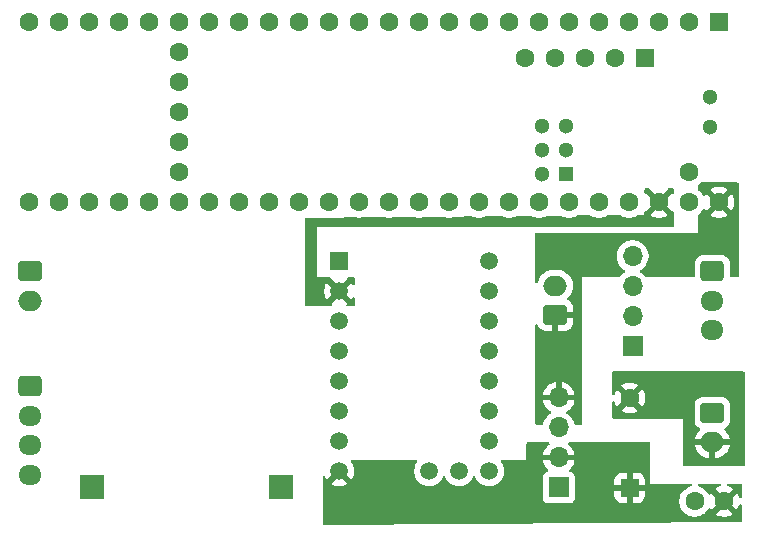
<source format=gbr>
%TF.GenerationSoftware,KiCad,Pcbnew,9.0.1*%
%TF.CreationDate,2025-05-12T18:56:40-04:00*%
%TF.ProjectId,arm,61726d2e-6b69-4636-9164-5f7063625858,rev?*%
%TF.SameCoordinates,Original*%
%TF.FileFunction,Copper,L3,Inr*%
%TF.FilePolarity,Positive*%
%FSLAX46Y46*%
G04 Gerber Fmt 4.6, Leading zero omitted, Abs format (unit mm)*
G04 Created by KiCad (PCBNEW 9.0.1) date 2025-05-12 18:56:40*
%MOMM*%
%LPD*%
G01*
G04 APERTURE LIST*
G04 Aperture macros list*
%AMRoundRect*
0 Rectangle with rounded corners*
0 $1 Rounding radius*
0 $2 $3 $4 $5 $6 $7 $8 $9 X,Y pos of 4 corners*
0 Add a 4 corners polygon primitive as box body*
4,1,4,$2,$3,$4,$5,$6,$7,$8,$9,$2,$3,0*
0 Add four circle primitives for the rounded corners*
1,1,$1+$1,$2,$3*
1,1,$1+$1,$4,$5*
1,1,$1+$1,$6,$7*
1,1,$1+$1,$8,$9*
0 Add four rect primitives between the rounded corners*
20,1,$1+$1,$2,$3,$4,$5,0*
20,1,$1+$1,$4,$5,$6,$7,0*
20,1,$1+$1,$6,$7,$8,$9,0*
20,1,$1+$1,$8,$9,$2,$3,0*%
G04 Aperture macros list end*
%TA.AperFunction,ComponentPad*%
%ADD10R,2.000000X2.000000*%
%TD*%
%TA.AperFunction,ComponentPad*%
%ADD11RoundRect,0.250000X0.750000X-0.600000X0.750000X0.600000X-0.750000X0.600000X-0.750000X-0.600000X0*%
%TD*%
%TA.AperFunction,ComponentPad*%
%ADD12O,2.000000X1.700000*%
%TD*%
%TA.AperFunction,ComponentPad*%
%ADD13RoundRect,0.250000X0.550000X-0.550000X0.550000X0.550000X-0.550000X0.550000X-0.550000X-0.550000X0*%
%TD*%
%TA.AperFunction,ComponentPad*%
%ADD14C,1.600000*%
%TD*%
%TA.AperFunction,ComponentPad*%
%ADD15RoundRect,0.250000X-0.750000X0.600000X-0.750000X-0.600000X0.750000X-0.600000X0.750000X0.600000X0*%
%TD*%
%TA.AperFunction,ComponentPad*%
%ADD16R,1.508000X1.508000*%
%TD*%
%TA.AperFunction,ComponentPad*%
%ADD17C,1.508000*%
%TD*%
%TA.AperFunction,ComponentPad*%
%ADD18R,1.700000X1.700000*%
%TD*%
%TA.AperFunction,ComponentPad*%
%ADD19O,1.700000X1.700000*%
%TD*%
%TA.AperFunction,ComponentPad*%
%ADD20RoundRect,0.250000X-0.725000X0.600000X-0.725000X-0.600000X0.725000X-0.600000X0.725000X0.600000X0*%
%TD*%
%TA.AperFunction,ComponentPad*%
%ADD21O,1.950000X1.700000*%
%TD*%
%TA.AperFunction,ComponentPad*%
%ADD22R,1.600000X1.600000*%
%TD*%
%TA.AperFunction,ComponentPad*%
%ADD23R,1.300000X1.300000*%
%TD*%
%TA.AperFunction,ComponentPad*%
%ADD24C,1.300000*%
%TD*%
G04 APERTURE END LIST*
D10*
%TO.N,N/C*%
%TO.C,REF\u002A\u002A*%
X137500000Y-115250000D03*
%TD*%
D11*
%TO.N,/Vin*%
%TO.C,5V*%
X160700000Y-100750000D03*
D12*
%TO.N,GND*%
X160700000Y-98250000D03*
%TD*%
D13*
%TO.N,/24V*%
%TO.C,SW*%
X167000000Y-115370000D03*
D14*
%TO.N,/Switch*%
X167000000Y-107750000D03*
%TD*%
D15*
%TO.N,Net-(RX1-Pin_1)*%
%TO.C,RX/TX*%
X116250000Y-97000000D03*
D12*
%TO.N,Net-(RX1-Pin_2)*%
X116250000Y-99500000D03*
%TD*%
D16*
%TO.N,GND*%
%TO.C,TMC_2209*%
X142400000Y-96170000D03*
D17*
%TO.N,/VIO*%
X142400000Y-98710000D03*
%TO.N,/A1*%
X142400000Y-101250000D03*
%TO.N,/A2*%
X142400000Y-103790000D03*
%TO.N,/B1*%
X142400000Y-106330000D03*
%TO.N,/B2*%
X142400000Y-108870000D03*
%TO.N,GND*%
X142400000Y-111410000D03*
%TO.N,/24V*%
X142400000Y-113950000D03*
%TO.N,Net-(TMC_2209-DIR)*%
X155100000Y-96170000D03*
%TO.N,Net-(TMC_2209-STEP)*%
X155100000Y-98710000D03*
%TO.N,unconnected-(TMC_2209-CLK-Pad11)*%
X155100000Y-101250000D03*
%TO.N,Net-(TMC_2209-TX)*%
X155100000Y-103790000D03*
%TO.N,Net-(TMC_2209-RX)*%
X155100000Y-106330000D03*
%TO.N,unconnected-(TMC_2209-MS2-Pad14)*%
X155100000Y-108870000D03*
%TO.N,unconnected-(TMC_2209-MS1-Pad15)*%
X155100000Y-111410000D03*
%TO.N,Net-(TMC_2209-~{EN})*%
X155100000Y-113950000D03*
%TO.N,unconnected-(TMC_2209-INDEX-Pad17)*%
X150020000Y-113950000D03*
%TO.N,unconnected-(TMC_2209-DIAG-Pad18)*%
X152560000Y-113950000D03*
%TD*%
D10*
%TO.N,N/C*%
%TO.C,REF\u002A\u002A*%
X121500000Y-115250000D03*
%TD*%
D18*
%TO.N,GND*%
%TO.C,Ground*%
X167250000Y-103370000D03*
D19*
X167250000Y-100830000D03*
X167250000Y-98290000D03*
X167250000Y-95750000D03*
%TD*%
D14*
%TO.N,/24V*%
%TO.C,C1*%
X175000000Y-116500000D03*
%TO.N,GND*%
X172500000Y-116500000D03*
%TD*%
D15*
%TO.N,GND*%
%TO.C,24V*%
X174000000Y-109000000D03*
D12*
%TO.N,/Switch*%
X174000000Y-111500000D03*
%TD*%
D20*
%TO.N,/A1*%
%TO.C,Stepper*%
X116250000Y-106750000D03*
D21*
%TO.N,/A2*%
X116250000Y-109250000D03*
%TO.N,/B1*%
X116250000Y-111750000D03*
%TO.N,/B2*%
X116250000Y-114250000D03*
%TD*%
D22*
%TO.N,unconnected-(Teensy1-GND-Pad1)*%
%TO.C,Teensy1*%
X174570000Y-75948400D03*
D14*
%TO.N,Net-(TMC_2209-TX)*%
X172030000Y-75948400D03*
%TO.N,Net-(TMC_2209-RX)*%
X169490000Y-75948400D03*
%TO.N,Net-(TMC_2209-~{EN})*%
X166950000Y-75948400D03*
%TO.N,Net-(TMC_2209-STEP)*%
X164410000Y-75948400D03*
%TO.N,Net-(TMC_2209-DIR)*%
X161870000Y-75948400D03*
%TO.N,unconnected-(Teensy1-5_IN2-Pad7)*%
X159330000Y-75948400D03*
%TO.N,unconnected-(Teensy1-6_OUT1D-Pad8)*%
X156790000Y-75948400D03*
%TO.N,Net-(RX1-Pin_2)*%
X154250000Y-75948400D03*
%TO.N,Net-(RX1-Pin_1)*%
X151710000Y-75948400D03*
%TO.N,unconnected-(Teensy1-9_OUT1C-Pad11)*%
X149170000Y-75948400D03*
%TO.N,unconnected-(Teensy1-10_CS_MQSR-Pad12)*%
X146630000Y-75948400D03*
%TO.N,unconnected-(Teensy1-11_MOSI_CTX1-Pad13)*%
X144090000Y-75948400D03*
%TO.N,unconnected-(Teensy1-12_MISO_MQSL-Pad14)*%
X141550000Y-75948400D03*
%TO.N,unconnected-(Teensy1-3V3-Pad15)*%
X139010000Y-75948400D03*
%TO.N,unconnected-(Teensy1-24_A10_TX6_SCL2-Pad16)*%
X136470000Y-75948400D03*
%TO.N,unconnected-(Teensy1-25_A11_RX6_SDA2-Pad17)*%
X133930000Y-75948400D03*
%TO.N,unconnected-(Teensy1-26_A12_MOSI1-Pad18)*%
X131390000Y-75948400D03*
%TO.N,unconnected-(Teensy1-27_A13_SCK1-Pad19)*%
X128850000Y-75948400D03*
%TO.N,unconnected-(Teensy1-28_RX7-Pad20)*%
X126310000Y-75948400D03*
%TO.N,unconnected-(Teensy1-29_TX7-Pad21)*%
X123770000Y-75948400D03*
%TO.N,unconnected-(Teensy1-30_CRX3-Pad22)*%
X121230000Y-75948400D03*
%TO.N,unconnected-(Teensy1-31_CTX3-Pad23)*%
X118690000Y-75948400D03*
%TO.N,unconnected-(Teensy1-32_OUT1B-Pad24)*%
X116150000Y-75948400D03*
%TO.N,unconnected-(Teensy1-33_MCLK2-Pad25)*%
X116150000Y-91188400D03*
%TO.N,unconnected-(Teensy1-34_RX8-Pad26)*%
X118690000Y-91188400D03*
%TO.N,unconnected-(Teensy1-35_TX8-Pad27)*%
X121230000Y-91188400D03*
%TO.N,unconnected-(Teensy1-36_CS-Pad28)*%
X123770000Y-91188400D03*
%TO.N,unconnected-(Teensy1-37_CS-Pad29)*%
X126310000Y-91188400D03*
%TO.N,unconnected-(Teensy1-38_CS1_IN1-Pad30)*%
X128850000Y-91188400D03*
%TO.N,unconnected-(Teensy1-39_MISO1_OUT1A-Pad31)*%
X131390000Y-91188400D03*
%TO.N,unconnected-(Teensy1-40_A16-Pad32)*%
X133930000Y-91188400D03*
%TO.N,unconnected-(Teensy1-41_A17-Pad33)*%
X136470000Y-91188400D03*
%TO.N,unconnected-(Teensy1-GND-Pad34)*%
X139010000Y-91188400D03*
%TO.N,unconnected-(Teensy1-13_SCK_LED-Pad35)*%
X141550000Y-91188400D03*
%TO.N,unconnected-(Teensy1-14_A0_TX3_SPDIF_OUT-Pad36)*%
X144090000Y-91188400D03*
%TO.N,unconnected-(Teensy1-15_A1_RX3_SPDIF_IN-Pad37)*%
X146630000Y-91188400D03*
%TO.N,unconnected-(Teensy1-16_A2_RX4_SCL1-Pad38)*%
X149170000Y-91188400D03*
%TO.N,unconnected-(Teensy1-17_A3_TX4_SDA1-Pad39)*%
X151710000Y-91188400D03*
%TO.N,Net-(Linear1-Pin_3)*%
X154250000Y-91188400D03*
%TO.N,Net-(Linear1-Pin_2)*%
X156790000Y-91188400D03*
%TO.N,unconnected-(Teensy1-20_A6_TX5_LRCLK1-Pad42)*%
X159330000Y-91188400D03*
%TO.N,Net-(Linear1-Pin_1)*%
X161870000Y-91188400D03*
%TO.N,unconnected-(Teensy1-22_A8_CTX1-Pad44)*%
X164410000Y-91188400D03*
%TO.N,unconnected-(Teensy1-23_A9_CRX1_MCLK1-Pad45)*%
X166950000Y-91188400D03*
%TO.N,/VIO*%
X169490000Y-91188400D03*
%TO.N,GND*%
X172030000Y-91188400D03*
%TO.N,/Vin*%
X174570000Y-91188400D03*
%TO.N,unconnected-(Teensy1-VUSB-Pad49)*%
X172030000Y-88648400D03*
%TO.N,unconnected-(Teensy1-VBAT-Pad50)*%
X128850000Y-78488400D03*
%TO.N,unconnected-(Teensy1-3V3-Pad51)*%
X128850000Y-81028400D03*
%TO.N,unconnected-(Teensy1-GND-Pad52)*%
X128850000Y-83568400D03*
%TO.N,unconnected-(Teensy1-PROGRAM-Pad53)*%
X128850000Y-86108400D03*
%TO.N,unconnected-(Teensy1-ON_OFF-Pad54)*%
X128850000Y-88648400D03*
D22*
%TO.N,unconnected-(Teensy1-5V-Pad55)*%
X168270800Y-78999200D03*
D14*
%TO.N,unconnected-(Teensy1-D--Pad56)*%
X165730800Y-78999200D03*
%TO.N,unconnected-(Teensy1-D+-Pad57)*%
X163190800Y-78999200D03*
%TO.N,unconnected-(Teensy1-GND-Pad58)*%
X160650800Y-78999200D03*
%TO.N,unconnected-(Teensy1-GND-Pad59)*%
X158110800Y-78999200D03*
D23*
%TO.N,unconnected-(Teensy1-R+-Pad60)*%
X161600000Y-88750000D03*
D24*
%TO.N,unconnected-(Teensy1-LED-Pad61)*%
X161600000Y-86750000D03*
%TO.N,unconnected-(Teensy1-T--Pad62)*%
X161600000Y-84750000D03*
%TO.N,unconnected-(Teensy1-T+-Pad63)*%
X159600000Y-84750000D03*
%TO.N,unconnected-(Teensy1-GND-Pad64)*%
X159600000Y-86750000D03*
%TO.N,unconnected-(Teensy1-R--Pad65)*%
X159600000Y-88750000D03*
%TO.N,unconnected-(Teensy1-D--Pad66)*%
X173840000Y-84838400D03*
%TO.N,unconnected-(Teensy1-D+-Pad67)*%
X173840000Y-82298400D03*
%TD*%
D20*
%TO.N,Net-(Linear1-Pin_1)*%
%TO.C,Linear Actuator*%
X174000000Y-97000000D03*
D21*
%TO.N,Net-(Linear1-Pin_2)*%
X174000000Y-99500000D03*
%TO.N,Net-(Linear1-Pin_3)*%
X174000000Y-102000000D03*
%TD*%
D18*
%TO.N,unconnected-(5V_BUCK1-SHDN-Pad1)*%
%TO.C,5V_BUCK*%
X161000000Y-115330000D03*
D19*
%TO.N,/24V*%
X161000000Y-112790000D03*
%TO.N,GND*%
X161000000Y-110250000D03*
%TO.N,/Vin*%
X161000000Y-107710000D03*
%TD*%
%TA.AperFunction,Conductor*%
%TO.N,/Vin*%
G36*
X176193039Y-89519685D02*
G01*
X176238794Y-89572489D01*
X176250000Y-89624000D01*
X176250000Y-97376000D01*
X176230315Y-97443039D01*
X176177511Y-97488794D01*
X176126000Y-97500000D01*
X175599500Y-97500000D01*
X175532461Y-97480315D01*
X175486706Y-97427511D01*
X175475500Y-97376000D01*
X175475499Y-96349998D01*
X175475498Y-96349981D01*
X175464999Y-96247203D01*
X175464998Y-96247200D01*
X175409814Y-96080666D01*
X175317712Y-95931344D01*
X175193656Y-95807288D01*
X175044334Y-95715186D01*
X174877797Y-95660001D01*
X174877795Y-95660000D01*
X174775010Y-95649500D01*
X173224998Y-95649500D01*
X173224981Y-95649501D01*
X173122203Y-95660000D01*
X173122200Y-95660001D01*
X172955668Y-95715185D01*
X172955663Y-95715187D01*
X172806342Y-95807289D01*
X172682289Y-95931342D01*
X172590187Y-96080663D01*
X172590186Y-96080666D01*
X172535001Y-96247203D01*
X172535001Y-96247204D01*
X172535000Y-96247204D01*
X172524500Y-96349983D01*
X172524500Y-96349991D01*
X172524500Y-96998444D01*
X172524501Y-97376000D01*
X172504817Y-97443039D01*
X172452013Y-97488794D01*
X172400501Y-97500000D01*
X168408523Y-97500000D01*
X168341484Y-97480315D01*
X168308204Y-97448885D01*
X168280103Y-97410207D01*
X168129786Y-97259890D01*
X167957820Y-97134951D01*
X167957115Y-97134591D01*
X167949054Y-97130485D01*
X167898259Y-97082512D01*
X167881463Y-97014692D01*
X167903999Y-96948556D01*
X167949054Y-96909515D01*
X167957816Y-96905051D01*
X167979789Y-96889086D01*
X168129786Y-96780109D01*
X168129788Y-96780106D01*
X168129792Y-96780104D01*
X168280104Y-96629792D01*
X168280106Y-96629788D01*
X168280109Y-96629786D01*
X168405048Y-96457820D01*
X168405047Y-96457820D01*
X168405051Y-96457816D01*
X168501557Y-96268412D01*
X168567246Y-96066243D01*
X168600500Y-95856287D01*
X168600500Y-95643713D01*
X168567246Y-95433757D01*
X168501557Y-95231588D01*
X168405051Y-95042184D01*
X168405049Y-95042181D01*
X168405048Y-95042179D01*
X168280109Y-94870213D01*
X168129786Y-94719890D01*
X167957820Y-94594951D01*
X167768414Y-94498444D01*
X167768413Y-94498443D01*
X167768412Y-94498443D01*
X167566243Y-94432754D01*
X167566241Y-94432753D01*
X167566240Y-94432753D01*
X167404957Y-94407208D01*
X167356287Y-94399500D01*
X167143713Y-94399500D01*
X167095042Y-94407208D01*
X166933760Y-94432753D01*
X166731585Y-94498444D01*
X166542179Y-94594951D01*
X166370213Y-94719890D01*
X166219890Y-94870213D01*
X166094951Y-95042179D01*
X165998444Y-95231585D01*
X165932753Y-95433760D01*
X165899500Y-95643713D01*
X165899500Y-95856287D01*
X165932754Y-96066243D01*
X165937440Y-96080666D01*
X165998444Y-96268414D01*
X166094951Y-96457820D01*
X166219890Y-96629786D01*
X166370213Y-96780109D01*
X166542182Y-96905050D01*
X166550946Y-96909516D01*
X166601742Y-96957491D01*
X166618536Y-97025312D01*
X166595998Y-97091447D01*
X166550946Y-97130484D01*
X166542182Y-97134949D01*
X166370213Y-97259890D01*
X166219896Y-97410207D01*
X166191796Y-97448885D01*
X166136466Y-97491551D01*
X166091477Y-97500000D01*
X163000000Y-97500000D01*
X163000000Y-109876000D01*
X162980315Y-109943039D01*
X162927511Y-109988794D01*
X162876000Y-110000000D01*
X162428861Y-110000000D01*
X162361822Y-109980315D01*
X162316067Y-109927511D01*
X162310930Y-109914319D01*
X162251557Y-109731588D01*
X162251555Y-109731585D01*
X162251555Y-109731583D01*
X162155048Y-109542179D01*
X162030109Y-109370213D01*
X161879786Y-109219890D01*
X161707817Y-109094949D01*
X161698504Y-109090204D01*
X161647707Y-109042230D01*
X161630912Y-108974409D01*
X161653449Y-108908274D01*
X161698507Y-108869232D01*
X161707558Y-108864620D01*
X161879459Y-108739727D01*
X161879464Y-108739723D01*
X162029723Y-108589464D01*
X162029727Y-108589459D01*
X162154620Y-108417557D01*
X162251095Y-108228217D01*
X162316757Y-108026129D01*
X162316757Y-108026126D01*
X162327231Y-107960000D01*
X161433012Y-107960000D01*
X161465925Y-107902993D01*
X161500000Y-107775826D01*
X161500000Y-107644174D01*
X161465925Y-107517007D01*
X161433012Y-107460000D01*
X162327231Y-107460000D01*
X162316757Y-107393873D01*
X162316757Y-107393870D01*
X162251095Y-107191782D01*
X162154620Y-107002442D01*
X162029727Y-106830540D01*
X162029723Y-106830535D01*
X161879464Y-106680276D01*
X161879459Y-106680272D01*
X161707557Y-106555379D01*
X161518215Y-106458903D01*
X161316124Y-106393241D01*
X161250000Y-106382768D01*
X161250000Y-107276988D01*
X161192993Y-107244075D01*
X161065826Y-107210000D01*
X160934174Y-107210000D01*
X160807007Y-107244075D01*
X160750000Y-107276988D01*
X160750000Y-106382768D01*
X160749999Y-106382768D01*
X160683875Y-106393241D01*
X160481784Y-106458903D01*
X160292442Y-106555379D01*
X160120540Y-106680272D01*
X160120535Y-106680276D01*
X159970276Y-106830535D01*
X159970272Y-106830540D01*
X159845379Y-107002442D01*
X159748904Y-107191782D01*
X159683242Y-107393870D01*
X159683242Y-107393873D01*
X159672769Y-107460000D01*
X160566988Y-107460000D01*
X160534075Y-107517007D01*
X160500000Y-107644174D01*
X160500000Y-107775826D01*
X160534075Y-107902993D01*
X160566988Y-107960000D01*
X159672769Y-107960000D01*
X159683242Y-108026126D01*
X159683242Y-108026129D01*
X159748904Y-108228217D01*
X159845379Y-108417557D01*
X159970272Y-108589459D01*
X159970276Y-108589464D01*
X160120535Y-108739723D01*
X160120540Y-108739727D01*
X160292444Y-108864622D01*
X160301495Y-108869234D01*
X160352292Y-108917208D01*
X160369087Y-108985029D01*
X160346550Y-109051164D01*
X160301499Y-109090202D01*
X160292182Y-109094949D01*
X160120213Y-109219890D01*
X159969890Y-109370213D01*
X159844951Y-109542179D01*
X159748444Y-109731583D01*
X159689070Y-109914319D01*
X159649632Y-109971994D01*
X159585273Y-109999192D01*
X159571139Y-110000000D01*
X159124000Y-110000000D01*
X159056961Y-109980315D01*
X159011206Y-109927511D01*
X159000000Y-109876000D01*
X159000000Y-101635891D01*
X159019685Y-101568852D01*
X159072489Y-101523097D01*
X159141647Y-101513153D01*
X159205203Y-101542178D01*
X159241706Y-101596887D01*
X159265641Y-101669119D01*
X159265643Y-101669124D01*
X159357684Y-101818345D01*
X159481654Y-101942315D01*
X159630875Y-102034356D01*
X159630880Y-102034358D01*
X159797302Y-102089505D01*
X159797309Y-102089506D01*
X159900019Y-102099999D01*
X160449999Y-102099999D01*
X160450000Y-102099998D01*
X160450000Y-101183012D01*
X160507007Y-101215925D01*
X160634174Y-101250000D01*
X160765826Y-101250000D01*
X160892993Y-101215925D01*
X160950000Y-101183012D01*
X160950000Y-102099999D01*
X161499972Y-102099999D01*
X161499986Y-102099998D01*
X161602697Y-102089505D01*
X161769119Y-102034358D01*
X161769124Y-102034356D01*
X161918345Y-101942315D01*
X162042315Y-101818345D01*
X162134356Y-101669124D01*
X162134358Y-101669119D01*
X162189505Y-101502697D01*
X162189506Y-101502690D01*
X162199999Y-101399986D01*
X162200000Y-101399973D01*
X162200000Y-101000000D01*
X161133012Y-101000000D01*
X161165925Y-100942993D01*
X161200000Y-100815826D01*
X161200000Y-100684174D01*
X161165925Y-100557007D01*
X161133012Y-100500000D01*
X162199999Y-100500000D01*
X162199999Y-100100028D01*
X162199998Y-100100013D01*
X162189505Y-99997302D01*
X162134358Y-99830880D01*
X162134356Y-99830875D01*
X162042315Y-99681654D01*
X161918345Y-99557684D01*
X161763515Y-99462184D01*
X161716791Y-99410236D01*
X161705568Y-99341273D01*
X161733412Y-99277191D01*
X161740909Y-99268986D01*
X161880104Y-99129792D01*
X162005051Y-98957816D01*
X162101557Y-98768412D01*
X162167246Y-98566243D01*
X162200500Y-98356287D01*
X162200500Y-98143713D01*
X162167246Y-97933757D01*
X162101557Y-97731588D01*
X162005051Y-97542184D01*
X162005049Y-97542181D01*
X162005048Y-97542179D01*
X161880109Y-97370213D01*
X161729786Y-97219890D01*
X161557820Y-97094951D01*
X161368414Y-96998444D01*
X161368413Y-96998443D01*
X161368412Y-96998443D01*
X161166243Y-96932754D01*
X161166241Y-96932753D01*
X161166240Y-96932753D01*
X160991315Y-96905048D01*
X160956287Y-96899500D01*
X160443713Y-96899500D01*
X160408685Y-96905048D01*
X160233760Y-96932753D01*
X160031585Y-96998444D01*
X159842179Y-97094951D01*
X159670213Y-97219890D01*
X159519890Y-97370213D01*
X159394951Y-97542179D01*
X159298444Y-97731585D01*
X159241931Y-97905514D01*
X159202493Y-97963190D01*
X159138135Y-97990388D01*
X159069288Y-97978473D01*
X159017813Y-97931229D01*
X159000000Y-97867196D01*
X159000000Y-93874000D01*
X159019685Y-93806961D01*
X159072489Y-93761206D01*
X159124000Y-93750000D01*
X172750000Y-93750000D01*
X172750000Y-92335976D01*
X172750343Y-92334807D01*
X172750022Y-92333632D01*
X172760167Y-92301350D01*
X172769685Y-92268937D01*
X172770723Y-92267760D01*
X172770970Y-92266977D01*
X172776379Y-92261356D01*
X172794583Y-92240745D01*
X172797756Y-92238098D01*
X172877219Y-92180366D01*
X173021966Y-92035619D01*
X173021968Y-92035615D01*
X173021971Y-92035613D01*
X173142286Y-91870011D01*
X173142415Y-91869759D01*
X173189795Y-91776769D01*
X173237769Y-91725973D01*
X173305590Y-91709178D01*
X173371725Y-91731715D01*
X173410765Y-91776769D01*
X173458141Y-91869750D01*
X173458147Y-91869759D01*
X173490523Y-91914321D01*
X173490524Y-91914322D01*
X174046212Y-91358634D01*
X174057482Y-91400692D01*
X174129890Y-91526108D01*
X174232292Y-91628510D01*
X174357708Y-91700918D01*
X174399765Y-91712187D01*
X173844076Y-92267874D01*
X173888650Y-92300259D01*
X174070968Y-92393155D01*
X174265582Y-92456390D01*
X174467683Y-92488400D01*
X174672317Y-92488400D01*
X174874417Y-92456390D01*
X175069031Y-92393155D01*
X175251349Y-92300259D01*
X175295921Y-92267874D01*
X174740234Y-91712187D01*
X174782292Y-91700918D01*
X174907708Y-91628510D01*
X175010110Y-91526108D01*
X175082518Y-91400692D01*
X175093787Y-91358634D01*
X175649474Y-91914321D01*
X175681859Y-91869749D01*
X175774755Y-91687431D01*
X175837990Y-91492817D01*
X175870000Y-91290717D01*
X175870000Y-91086082D01*
X175837990Y-90883982D01*
X175774755Y-90689368D01*
X175681859Y-90507050D01*
X175649474Y-90462477D01*
X175649474Y-90462476D01*
X175093787Y-91018164D01*
X175082518Y-90976108D01*
X175010110Y-90850692D01*
X174907708Y-90748290D01*
X174782292Y-90675882D01*
X174740233Y-90664612D01*
X175295922Y-90108924D01*
X175295921Y-90108923D01*
X175251359Y-90076547D01*
X175251350Y-90076541D01*
X175069031Y-89983644D01*
X174874417Y-89920409D01*
X174672317Y-89888400D01*
X174467683Y-89888400D01*
X174265582Y-89920409D01*
X174070968Y-89983644D01*
X173888644Y-90076543D01*
X173844077Y-90108923D01*
X173844077Y-90108924D01*
X174399766Y-90664612D01*
X174357708Y-90675882D01*
X174232292Y-90748290D01*
X174129890Y-90850692D01*
X174057482Y-90976108D01*
X174046212Y-91018165D01*
X173490524Y-90462477D01*
X173490523Y-90462477D01*
X173458143Y-90507044D01*
X173410765Y-90600030D01*
X173362790Y-90650826D01*
X173294969Y-90667621D01*
X173228834Y-90645083D01*
X173189795Y-90600030D01*
X173142284Y-90506785D01*
X173021971Y-90341186D01*
X172928613Y-90247828D01*
X172877219Y-90196434D01*
X172797766Y-90138708D01*
X172794583Y-90136054D01*
X172777354Y-90110329D01*
X172758449Y-90085811D01*
X172757480Y-90080652D01*
X172755704Y-90078000D01*
X172755561Y-90070433D01*
X172750000Y-90040823D01*
X172750000Y-89795976D01*
X172769685Y-89728937D01*
X172801114Y-89695658D01*
X172877219Y-89640366D01*
X172981266Y-89536319D01*
X173042589Y-89502834D01*
X173068947Y-89500000D01*
X176126000Y-89500000D01*
X176193039Y-89519685D01*
G37*
%TD.AperFunction*%
%TD*%
%TA.AperFunction,Conductor*%
%TO.N,/Switch*%
G36*
X176693039Y-105519685D02*
G01*
X176738794Y-105572489D01*
X176750000Y-105624000D01*
X176750000Y-113376000D01*
X176730315Y-113443039D01*
X176677511Y-113488794D01*
X176626000Y-113500000D01*
X171624000Y-113500000D01*
X171556961Y-113480315D01*
X171511206Y-113427511D01*
X171500000Y-113376000D01*
X171500000Y-109500000D01*
X165624000Y-109500000D01*
X165556961Y-109480315D01*
X165511206Y-109427511D01*
X165500000Y-109376000D01*
X165500000Y-108123269D01*
X165519685Y-108056230D01*
X165572489Y-108010475D01*
X165641647Y-108000531D01*
X165705203Y-108029556D01*
X165741931Y-108084950D01*
X165795244Y-108249031D01*
X165888141Y-108431350D01*
X165888147Y-108431359D01*
X165920523Y-108475921D01*
X165920524Y-108475922D01*
X166600000Y-107796446D01*
X166600000Y-107802661D01*
X166627259Y-107904394D01*
X166679920Y-107995606D01*
X166754394Y-108070080D01*
X166845606Y-108122741D01*
X166947339Y-108150000D01*
X166953553Y-108150000D01*
X166274076Y-108829474D01*
X166318650Y-108861859D01*
X166500968Y-108954755D01*
X166695582Y-109017990D01*
X166897683Y-109050000D01*
X167102317Y-109050000D01*
X167304417Y-109017990D01*
X167499031Y-108954755D01*
X167681349Y-108861859D01*
X167725921Y-108829474D01*
X167046447Y-108150000D01*
X167052661Y-108150000D01*
X167154394Y-108122741D01*
X167245606Y-108070080D01*
X167320080Y-107995606D01*
X167372741Y-107904394D01*
X167400000Y-107802661D01*
X167400000Y-107796448D01*
X168079474Y-108475922D01*
X168079474Y-108475921D01*
X168111859Y-108431349D01*
X168153317Y-108349983D01*
X172499500Y-108349983D01*
X172499500Y-109650001D01*
X172499501Y-109650018D01*
X172510000Y-109752796D01*
X172510001Y-109752799D01*
X172565185Y-109919331D01*
X172565187Y-109919336D01*
X172657289Y-110068657D01*
X172781344Y-110192712D01*
X172936558Y-110288448D01*
X172983283Y-110340396D01*
X172994506Y-110409358D01*
X172966663Y-110473441D01*
X172959144Y-110481668D01*
X172820271Y-110620541D01*
X172695379Y-110792442D01*
X172598904Y-110981782D01*
X172533242Y-111183870D01*
X172533242Y-111183873D01*
X172522769Y-111250000D01*
X173566988Y-111250000D01*
X173534075Y-111307007D01*
X173500000Y-111434174D01*
X173500000Y-111565826D01*
X173534075Y-111692993D01*
X173566988Y-111750000D01*
X172522769Y-111750000D01*
X172533242Y-111816126D01*
X172533242Y-111816129D01*
X172598904Y-112018217D01*
X172695379Y-112207557D01*
X172820272Y-112379459D01*
X172820276Y-112379464D01*
X172970535Y-112529723D01*
X172970540Y-112529727D01*
X173142442Y-112654620D01*
X173331782Y-112751095D01*
X173533870Y-112816757D01*
X173743754Y-112850000D01*
X173750000Y-112850000D01*
X173750000Y-111933012D01*
X173807007Y-111965925D01*
X173934174Y-112000000D01*
X174065826Y-112000000D01*
X174192993Y-111965925D01*
X174250000Y-111933012D01*
X174250000Y-112850000D01*
X174256246Y-112850000D01*
X174466127Y-112816757D01*
X174466130Y-112816757D01*
X174668217Y-112751095D01*
X174857557Y-112654620D01*
X175029459Y-112529727D01*
X175029464Y-112529723D01*
X175179723Y-112379464D01*
X175179727Y-112379459D01*
X175304620Y-112207557D01*
X175401095Y-112018217D01*
X175466757Y-111816129D01*
X175466757Y-111816126D01*
X175477231Y-111750000D01*
X174433012Y-111750000D01*
X174465925Y-111692993D01*
X174500000Y-111565826D01*
X174500000Y-111434174D01*
X174465925Y-111307007D01*
X174433012Y-111250000D01*
X175477231Y-111250000D01*
X175466757Y-111183873D01*
X175466757Y-111183870D01*
X175401095Y-110981782D01*
X175304620Y-110792442D01*
X175179727Y-110620540D01*
X175179723Y-110620535D01*
X175040856Y-110481668D01*
X175007371Y-110420345D01*
X175012355Y-110350653D01*
X175054227Y-110294720D01*
X175063441Y-110288448D01*
X175069331Y-110284814D01*
X175069334Y-110284814D01*
X175218656Y-110192712D01*
X175342712Y-110068656D01*
X175434814Y-109919334D01*
X175489999Y-109752797D01*
X175500500Y-109650009D01*
X175500499Y-108349992D01*
X175489999Y-108247203D01*
X175434814Y-108080666D01*
X175342712Y-107931344D01*
X175218656Y-107807288D01*
X175069334Y-107715186D01*
X174902797Y-107660001D01*
X174902795Y-107660000D01*
X174800010Y-107649500D01*
X173199998Y-107649500D01*
X173199981Y-107649501D01*
X173097203Y-107660000D01*
X173097200Y-107660001D01*
X172930668Y-107715185D01*
X172930663Y-107715187D01*
X172781342Y-107807289D01*
X172657289Y-107931342D01*
X172565187Y-108080663D01*
X172565186Y-108080666D01*
X172510001Y-108247203D01*
X172510001Y-108247204D01*
X172510000Y-108247204D01*
X172499500Y-108349983D01*
X168153317Y-108349983D01*
X168183606Y-108290539D01*
X168183607Y-108290537D01*
X168204754Y-108249034D01*
X168267990Y-108054417D01*
X168300000Y-107852317D01*
X168300000Y-107647682D01*
X168267990Y-107445582D01*
X168204755Y-107250968D01*
X168111859Y-107068650D01*
X168079474Y-107024077D01*
X168079474Y-107024076D01*
X167400000Y-107703551D01*
X167400000Y-107697339D01*
X167372741Y-107595606D01*
X167320080Y-107504394D01*
X167245606Y-107429920D01*
X167154394Y-107377259D01*
X167052661Y-107350000D01*
X167046446Y-107350000D01*
X167725922Y-106670524D01*
X167725921Y-106670523D01*
X167681359Y-106638147D01*
X167681350Y-106638141D01*
X167499031Y-106545244D01*
X167304417Y-106482009D01*
X167102317Y-106450000D01*
X166897683Y-106450000D01*
X166695582Y-106482009D01*
X166500968Y-106545244D01*
X166318644Y-106638143D01*
X166274077Y-106670523D01*
X166274077Y-106670524D01*
X166953554Y-107350000D01*
X166947339Y-107350000D01*
X166845606Y-107377259D01*
X166754394Y-107429920D01*
X166679920Y-107504394D01*
X166627259Y-107595606D01*
X166600000Y-107697339D01*
X166600000Y-107703553D01*
X165920524Y-107024077D01*
X165920523Y-107024077D01*
X165888143Y-107068644D01*
X165795244Y-107250968D01*
X165741931Y-107415049D01*
X165702493Y-107472724D01*
X165638134Y-107499922D01*
X165569288Y-107488007D01*
X165517812Y-107440763D01*
X165500000Y-107376730D01*
X165500000Y-105624000D01*
X165519685Y-105556961D01*
X165572489Y-105511206D01*
X165624000Y-105500000D01*
X176626000Y-105500000D01*
X176693039Y-105519685D01*
G37*
%TD.AperFunction*%
%TD*%
%TA.AperFunction,Conductor*%
%TO.N,/24V*%
G36*
X160164182Y-111519685D02*
G01*
X160209937Y-111572489D01*
X160219881Y-111641647D01*
X160190856Y-111705203D01*
X160170028Y-111724319D01*
X160120533Y-111760278D01*
X159970276Y-111910535D01*
X159970272Y-111910540D01*
X159845379Y-112082442D01*
X159748904Y-112271782D01*
X159683242Y-112473870D01*
X159683242Y-112473873D01*
X159672769Y-112540000D01*
X160566988Y-112540000D01*
X160534075Y-112597007D01*
X160500000Y-112724174D01*
X160500000Y-112855826D01*
X160534075Y-112982993D01*
X160566988Y-113040000D01*
X159672769Y-113040000D01*
X159683242Y-113106126D01*
X159683242Y-113106129D01*
X159748904Y-113308217D01*
X159845379Y-113497557D01*
X159970272Y-113669459D01*
X159970276Y-113669464D01*
X160083946Y-113783134D01*
X160117431Y-113844457D01*
X160112447Y-113914149D01*
X160070575Y-113970082D01*
X160039598Y-113986997D01*
X159907671Y-114036202D01*
X159907664Y-114036206D01*
X159792455Y-114122452D01*
X159792452Y-114122455D01*
X159706206Y-114237664D01*
X159706202Y-114237671D01*
X159655908Y-114372517D01*
X159651508Y-114413446D01*
X159649501Y-114432123D01*
X159649500Y-114432135D01*
X159649500Y-116227870D01*
X159649501Y-116227876D01*
X159655908Y-116287483D01*
X159706202Y-116422328D01*
X159706206Y-116422335D01*
X159792452Y-116537544D01*
X159792455Y-116537547D01*
X159907664Y-116623793D01*
X159907671Y-116623797D01*
X160042517Y-116674091D01*
X160042516Y-116674091D01*
X160049444Y-116674835D01*
X160102127Y-116680500D01*
X161897872Y-116680499D01*
X161957483Y-116674091D01*
X162092331Y-116623796D01*
X162207546Y-116537546D01*
X162293796Y-116422331D01*
X162344091Y-116287483D01*
X162350500Y-116227873D01*
X162350499Y-115317339D01*
X162350499Y-114770013D01*
X165700000Y-114770013D01*
X165700000Y-115120000D01*
X166684314Y-115120000D01*
X166679920Y-115124394D01*
X166627259Y-115215606D01*
X166600000Y-115317339D01*
X166600000Y-115422661D01*
X166627259Y-115524394D01*
X166679920Y-115615606D01*
X166684314Y-115620000D01*
X165700001Y-115620000D01*
X165700001Y-115969986D01*
X165710494Y-116072697D01*
X165765641Y-116239119D01*
X165765643Y-116239124D01*
X165857684Y-116388345D01*
X165981654Y-116512315D01*
X166130875Y-116604356D01*
X166130880Y-116604358D01*
X166297302Y-116659505D01*
X166297309Y-116659506D01*
X166400019Y-116669999D01*
X166749999Y-116669999D01*
X166750000Y-116669998D01*
X166750000Y-115685686D01*
X166754394Y-115690080D01*
X166845606Y-115742741D01*
X166947339Y-115770000D01*
X167052661Y-115770000D01*
X167154394Y-115742741D01*
X167245606Y-115690080D01*
X167250000Y-115685686D01*
X167250000Y-116669999D01*
X167599972Y-116669999D01*
X167599986Y-116669998D01*
X167702697Y-116659505D01*
X167869119Y-116604358D01*
X167869124Y-116604356D01*
X168018345Y-116512315D01*
X168142315Y-116388345D01*
X168234356Y-116239124D01*
X168234358Y-116239119D01*
X168289505Y-116072697D01*
X168289506Y-116072690D01*
X168299999Y-115969986D01*
X168300000Y-115969973D01*
X168300000Y-115620000D01*
X167315686Y-115620000D01*
X167320080Y-115615606D01*
X167372741Y-115524394D01*
X167400000Y-115422661D01*
X167400000Y-115317339D01*
X167372741Y-115215606D01*
X167320080Y-115124394D01*
X167315686Y-115120000D01*
X168299999Y-115120000D01*
X168299999Y-114770028D01*
X168299998Y-114770013D01*
X168289505Y-114667302D01*
X168234358Y-114500880D01*
X168234356Y-114500875D01*
X168142315Y-114351654D01*
X168018345Y-114227684D01*
X167869124Y-114135643D01*
X167869119Y-114135641D01*
X167702697Y-114080494D01*
X167702690Y-114080493D01*
X167599986Y-114070000D01*
X167250000Y-114070000D01*
X167250000Y-115054314D01*
X167245606Y-115049920D01*
X167154394Y-114997259D01*
X167052661Y-114970000D01*
X166947339Y-114970000D01*
X166845606Y-114997259D01*
X166754394Y-115049920D01*
X166750000Y-115054314D01*
X166750000Y-114070000D01*
X166400028Y-114070000D01*
X166400012Y-114070001D01*
X166297302Y-114080494D01*
X166130880Y-114135641D01*
X166130875Y-114135643D01*
X165981654Y-114227684D01*
X165857684Y-114351654D01*
X165765643Y-114500875D01*
X165765641Y-114500880D01*
X165710494Y-114667302D01*
X165710493Y-114667309D01*
X165700000Y-114770013D01*
X162350499Y-114770013D01*
X162350499Y-114766864D01*
X162350499Y-114432129D01*
X162350498Y-114432123D01*
X162350497Y-114432116D01*
X162344091Y-114372517D01*
X162338582Y-114357747D01*
X162293797Y-114237671D01*
X162293793Y-114237664D01*
X162207547Y-114122455D01*
X162207544Y-114122452D01*
X162092335Y-114036206D01*
X162092328Y-114036202D01*
X161960401Y-113986997D01*
X161904467Y-113945126D01*
X161880050Y-113879662D01*
X161894902Y-113811389D01*
X161916053Y-113783133D01*
X162029728Y-113669458D01*
X162154620Y-113497557D01*
X162251095Y-113308217D01*
X162316757Y-113106129D01*
X162316757Y-113106126D01*
X162327231Y-113040000D01*
X161433012Y-113040000D01*
X161465925Y-112982993D01*
X161500000Y-112855826D01*
X161500000Y-112724174D01*
X161465925Y-112597007D01*
X161433012Y-112540000D01*
X162327231Y-112540000D01*
X162316757Y-112473873D01*
X162316757Y-112473870D01*
X162251095Y-112271782D01*
X162154620Y-112082442D01*
X162029727Y-111910540D01*
X162029723Y-111910535D01*
X161879466Y-111760278D01*
X161829972Y-111724319D01*
X161787306Y-111668989D01*
X161781327Y-111599376D01*
X161813932Y-111537580D01*
X161874771Y-111503223D01*
X161902857Y-111500000D01*
X168626000Y-111500000D01*
X168693039Y-111519685D01*
X168738794Y-111572489D01*
X168750000Y-111624000D01*
X168750000Y-115000000D01*
X172125114Y-115000000D01*
X172192153Y-115019685D01*
X172237908Y-115072489D01*
X172247852Y-115141647D01*
X172218827Y-115205203D01*
X172163433Y-115241931D01*
X172000776Y-115294781D01*
X171818386Y-115387715D01*
X171652786Y-115508028D01*
X171508028Y-115652786D01*
X171387715Y-115818386D01*
X171294781Y-116000776D01*
X171231522Y-116195465D01*
X171200973Y-116388345D01*
X171199500Y-116397648D01*
X171199500Y-116602352D01*
X171199818Y-116604358D01*
X171231522Y-116804534D01*
X171294781Y-116999223D01*
X171337248Y-117082567D01*
X171387585Y-117181359D01*
X171387715Y-117181613D01*
X171508028Y-117347213D01*
X171652786Y-117491971D01*
X171773226Y-117579474D01*
X171818390Y-117612287D01*
X171934607Y-117671503D01*
X172000776Y-117705218D01*
X172000778Y-117705218D01*
X172000781Y-117705220D01*
X172105137Y-117739127D01*
X172195465Y-117768477D01*
X172296557Y-117784488D01*
X172397648Y-117800500D01*
X172397649Y-117800500D01*
X172602351Y-117800500D01*
X172602352Y-117800500D01*
X172804534Y-117768477D01*
X172999219Y-117705220D01*
X173181610Y-117612287D01*
X173274590Y-117544732D01*
X173347213Y-117491971D01*
X173347215Y-117491968D01*
X173347219Y-117491966D01*
X173491966Y-117347219D01*
X173491968Y-117347215D01*
X173491971Y-117347213D01*
X173612286Y-117181611D01*
X173612415Y-117181359D01*
X173639795Y-117127621D01*
X173687769Y-117076826D01*
X173755589Y-117060030D01*
X173821725Y-117082567D01*
X173860765Y-117127621D01*
X173888141Y-117181350D01*
X173888147Y-117181359D01*
X173920523Y-117225921D01*
X173920524Y-117225922D01*
X174600000Y-116546446D01*
X174600000Y-116552661D01*
X174627259Y-116654394D01*
X174679920Y-116745606D01*
X174754394Y-116820080D01*
X174845606Y-116872741D01*
X174947339Y-116900000D01*
X174953553Y-116900000D01*
X174274076Y-117579474D01*
X174318650Y-117611859D01*
X174500968Y-117704755D01*
X174695582Y-117767990D01*
X174897683Y-117800000D01*
X175102317Y-117800000D01*
X175304417Y-117767990D01*
X175499031Y-117704755D01*
X175681349Y-117611859D01*
X175725921Y-117579474D01*
X175046447Y-116900000D01*
X175052661Y-116900000D01*
X175154394Y-116872741D01*
X175245606Y-116820080D01*
X175320080Y-116745606D01*
X175372741Y-116654394D01*
X175400000Y-116552661D01*
X175400000Y-116546447D01*
X176079474Y-117225921D01*
X176111859Y-117181349D01*
X176204754Y-116999031D01*
X176258069Y-116834950D01*
X176297507Y-116777275D01*
X176361866Y-116750077D01*
X176430712Y-116761992D01*
X176482188Y-116809236D01*
X176500000Y-116873269D01*
X176500000Y-118126870D01*
X176480315Y-118193909D01*
X176427511Y-118239664D01*
X176376873Y-118250867D01*
X141124873Y-118499120D01*
X141057697Y-118479908D01*
X141011571Y-118427427D01*
X141000000Y-118375123D01*
X141000000Y-114480485D01*
X141019685Y-114413446D01*
X141072489Y-114367691D01*
X141141647Y-114357747D01*
X141205203Y-114386772D01*
X141234611Y-114427562D01*
X141235660Y-114427028D01*
X141327483Y-114607239D01*
X141353457Y-114642988D01*
X141353457Y-114642989D01*
X141917037Y-114079408D01*
X141934075Y-114142993D01*
X141999901Y-114257007D01*
X142092993Y-114350099D01*
X142207007Y-114415925D01*
X142270590Y-114432962D01*
X141707009Y-114996541D01*
X141707010Y-114996542D01*
X141742755Y-115022512D01*
X141742768Y-115022520D01*
X141918626Y-115112126D01*
X142106353Y-115173123D01*
X142301303Y-115204000D01*
X142498697Y-115204000D01*
X142693646Y-115173123D01*
X142881373Y-115112126D01*
X143057241Y-115022516D01*
X143092988Y-114996543D01*
X143092988Y-114996541D01*
X142529410Y-114432962D01*
X142592993Y-114415925D01*
X142707007Y-114350099D01*
X142800099Y-114257007D01*
X142865925Y-114142993D01*
X142882962Y-114079409D01*
X143446541Y-114642988D01*
X143446543Y-114642988D01*
X143472516Y-114607241D01*
X143562126Y-114431373D01*
X143623123Y-114243646D01*
X143654000Y-114048697D01*
X143654000Y-113851302D01*
X143623123Y-113656353D01*
X143562126Y-113468626D01*
X143472514Y-113292757D01*
X143402860Y-113196885D01*
X143379380Y-113131079D01*
X143395206Y-113063025D01*
X143445311Y-113014330D01*
X143503178Y-113000000D01*
X148916204Y-113000000D01*
X148983243Y-113019685D01*
X149028998Y-113072489D01*
X149038942Y-113141647D01*
X149016523Y-113196885D01*
X148947055Y-113292499D01*
X148857408Y-113468441D01*
X148796389Y-113656236D01*
X148765500Y-113851263D01*
X148765500Y-114048736D01*
X148796389Y-114243763D01*
X148855936Y-114427028D01*
X148857409Y-114431561D01*
X148946923Y-114607239D01*
X148947058Y-114607504D01*
X149063115Y-114767246D01*
X149202753Y-114906884D01*
X149326158Y-114996541D01*
X149362499Y-115022944D01*
X149538439Y-115112591D01*
X149617053Y-115138134D01*
X149726236Y-115173610D01*
X149921264Y-115204500D01*
X149921269Y-115204500D01*
X150118736Y-115204500D01*
X150313763Y-115173610D01*
X150315262Y-115173123D01*
X150501561Y-115112591D01*
X150677501Y-115022944D01*
X150767192Y-114957779D01*
X150837246Y-114906884D01*
X150837248Y-114906881D01*
X150837252Y-114906879D01*
X150976879Y-114767252D01*
X150976881Y-114767248D01*
X150976884Y-114767246D01*
X151092941Y-114607505D01*
X151092942Y-114607504D01*
X151092944Y-114607501D01*
X151179517Y-114437593D01*
X151227490Y-114386800D01*
X151295311Y-114370005D01*
X151361446Y-114392542D01*
X151400482Y-114437593D01*
X151483804Y-114601119D01*
X151487058Y-114607505D01*
X151603115Y-114767246D01*
X151742753Y-114906884D01*
X151866158Y-114996541D01*
X151902499Y-115022944D01*
X152078439Y-115112591D01*
X152157053Y-115138134D01*
X152266236Y-115173610D01*
X152461264Y-115204500D01*
X152461269Y-115204500D01*
X152658736Y-115204500D01*
X152853763Y-115173610D01*
X152855262Y-115173123D01*
X153041561Y-115112591D01*
X153217501Y-115022944D01*
X153307192Y-114957779D01*
X153377246Y-114906884D01*
X153377248Y-114906881D01*
X153377252Y-114906879D01*
X153516879Y-114767252D01*
X153516881Y-114767248D01*
X153516884Y-114767246D01*
X153632941Y-114607505D01*
X153632942Y-114607504D01*
X153632944Y-114607501D01*
X153719517Y-114437593D01*
X153767490Y-114386800D01*
X153835311Y-114370005D01*
X153901446Y-114392542D01*
X153940482Y-114437593D01*
X154023804Y-114601119D01*
X154027058Y-114607505D01*
X154143115Y-114767246D01*
X154282753Y-114906884D01*
X154406158Y-114996541D01*
X154442499Y-115022944D01*
X154618439Y-115112591D01*
X154697053Y-115138134D01*
X154806236Y-115173610D01*
X155001264Y-115204500D01*
X155001269Y-115204500D01*
X155198736Y-115204500D01*
X155393763Y-115173610D01*
X155395262Y-115173123D01*
X155581561Y-115112591D01*
X155757501Y-115022944D01*
X155847192Y-114957779D01*
X155917246Y-114906884D01*
X155917248Y-114906881D01*
X155917252Y-114906879D01*
X156056879Y-114767252D01*
X156056881Y-114767248D01*
X156056884Y-114767246D01*
X156129496Y-114667302D01*
X156172944Y-114607501D01*
X156262591Y-114431561D01*
X156323610Y-114243763D01*
X156326157Y-114227684D01*
X156354500Y-114048736D01*
X156354500Y-113851263D01*
X156323610Y-113656236D01*
X156289059Y-113549901D01*
X156262591Y-113468439D01*
X156172944Y-113292499D01*
X156103477Y-113196885D01*
X156079998Y-113131078D01*
X156095824Y-113063024D01*
X156145930Y-113014330D01*
X156203796Y-113000000D01*
X158250000Y-113000000D01*
X158250000Y-111624000D01*
X158269685Y-111556961D01*
X158322489Y-111511206D01*
X158374000Y-111500000D01*
X160097143Y-111500000D01*
X160164182Y-111519685D01*
G37*
%TD.AperFunction*%
%TA.AperFunction,Conductor*%
G36*
X174693769Y-115019685D02*
G01*
X174739524Y-115072489D01*
X174749468Y-115141647D01*
X174720443Y-115205203D01*
X174665049Y-115241931D01*
X174500968Y-115295244D01*
X174318644Y-115388143D01*
X174274077Y-115420523D01*
X174274077Y-115420524D01*
X174953554Y-116100000D01*
X174947339Y-116100000D01*
X174845606Y-116127259D01*
X174754394Y-116179920D01*
X174679920Y-116254394D01*
X174627259Y-116345606D01*
X174600000Y-116447339D01*
X174600000Y-116453553D01*
X173920524Y-115774077D01*
X173920523Y-115774077D01*
X173888143Y-115818644D01*
X173860765Y-115872378D01*
X173812790Y-115923174D01*
X173744969Y-115939969D01*
X173678834Y-115917431D01*
X173639795Y-115872378D01*
X173612284Y-115818385D01*
X173491971Y-115652786D01*
X173347213Y-115508028D01*
X173181613Y-115387715D01*
X173181612Y-115387714D01*
X173181610Y-115387713D01*
X173124653Y-115358691D01*
X172999223Y-115294781D01*
X172836567Y-115241931D01*
X172778892Y-115202493D01*
X172751694Y-115138134D01*
X172763609Y-115069288D01*
X172810853Y-115017812D01*
X172874886Y-115000000D01*
X174626730Y-115000000D01*
X174693769Y-115019685D01*
G37*
%TD.AperFunction*%
%TA.AperFunction,Conductor*%
G36*
X176443039Y-115019685D02*
G01*
X176488794Y-115072489D01*
X176500000Y-115124000D01*
X176500000Y-116126730D01*
X176480315Y-116193769D01*
X176427511Y-116239524D01*
X176358353Y-116249468D01*
X176294797Y-116220443D01*
X176258069Y-116165049D01*
X176204755Y-116000968D01*
X176111859Y-115818650D01*
X176079474Y-115774077D01*
X176079474Y-115774076D01*
X175400000Y-116453551D01*
X175400000Y-116447339D01*
X175372741Y-116345606D01*
X175320080Y-116254394D01*
X175245606Y-116179920D01*
X175154394Y-116127259D01*
X175052661Y-116100000D01*
X175046446Y-116100000D01*
X175725922Y-115420524D01*
X175725921Y-115420523D01*
X175681359Y-115388147D01*
X175681350Y-115388141D01*
X175499031Y-115295244D01*
X175334951Y-115241931D01*
X175277276Y-115202493D01*
X175250078Y-115138134D01*
X175261993Y-115069288D01*
X175309237Y-115017812D01*
X175373270Y-115000000D01*
X176376000Y-115000000D01*
X176443039Y-115019685D01*
G37*
%TD.AperFunction*%
%TD*%
%TA.AperFunction,Conductor*%
%TO.N,/VIO*%
G36*
X170569474Y-91914321D02*
G01*
X170616271Y-91910639D01*
X170684648Y-91925003D01*
X170734405Y-91974055D01*
X170750000Y-92034257D01*
X170750000Y-93126000D01*
X170730315Y-93193039D01*
X170677511Y-93238794D01*
X170626000Y-93250000D01*
X140500000Y-93250000D01*
X140500000Y-97500000D01*
X141585732Y-97500000D01*
X141652771Y-97519685D01*
X141698526Y-97572489D01*
X141709350Y-97633729D01*
X141707010Y-97663457D01*
X142270591Y-98227037D01*
X142207007Y-98244075D01*
X142092993Y-98309901D01*
X141999901Y-98402993D01*
X141934075Y-98517007D01*
X141917037Y-98580590D01*
X141353457Y-98017010D01*
X141353456Y-98017010D01*
X141327483Y-98052760D01*
X141327482Y-98052762D01*
X141237873Y-98228626D01*
X141176876Y-98416353D01*
X141146000Y-98611302D01*
X141146000Y-98808697D01*
X141176876Y-99003646D01*
X141237873Y-99191373D01*
X141327483Y-99367239D01*
X141353457Y-99402988D01*
X141353457Y-99402989D01*
X141917037Y-98839409D01*
X141934075Y-98902993D01*
X141999901Y-99017007D01*
X142092993Y-99110099D01*
X142207007Y-99175925D01*
X142270590Y-99192962D01*
X141707009Y-99756541D01*
X141707010Y-99756542D01*
X141733354Y-99775682D01*
X141776020Y-99831012D01*
X141781999Y-99900625D01*
X141749393Y-99962420D01*
X141688555Y-99996777D01*
X141660469Y-100000000D01*
X139624000Y-100000000D01*
X139556961Y-99980315D01*
X139511206Y-99927511D01*
X139500000Y-99876000D01*
X139500000Y-92622926D01*
X139519685Y-92555887D01*
X139572489Y-92510132D01*
X139622921Y-92498931D01*
X141402429Y-92483457D01*
X141422879Y-92484977D01*
X141447648Y-92488900D01*
X141447651Y-92488900D01*
X141652348Y-92488900D01*
X141652352Y-92488900D01*
X141694146Y-92482280D01*
X141712431Y-92480761D01*
X143810233Y-92462519D01*
X143830694Y-92464040D01*
X143987648Y-92488900D01*
X143987649Y-92488900D01*
X144192350Y-92488900D01*
X144192352Y-92488900D01*
X144381696Y-92458910D01*
X144399979Y-92457391D01*
X146256630Y-92441246D01*
X146296024Y-92447311D01*
X146325458Y-92456875D01*
X146325461Y-92456875D01*
X146325466Y-92456877D01*
X146527648Y-92488900D01*
X146527649Y-92488900D01*
X146732351Y-92488900D01*
X146732352Y-92488900D01*
X146934534Y-92456877D01*
X146984454Y-92440656D01*
X147021683Y-92434594D01*
X148730430Y-92419735D01*
X148769811Y-92425797D01*
X148865466Y-92456877D01*
X149067648Y-92488900D01*
X149067649Y-92488900D01*
X149272351Y-92488900D01*
X149272352Y-92488900D01*
X149474534Y-92456877D01*
X149594300Y-92417962D01*
X149631532Y-92411899D01*
X151204224Y-92398224D01*
X151243608Y-92404286D01*
X151405466Y-92456877D01*
X151607648Y-92488900D01*
X151607649Y-92488900D01*
X151812351Y-92488900D01*
X151812352Y-92488900D01*
X152014534Y-92456877D01*
X152204145Y-92395268D01*
X152241380Y-92389205D01*
X153686598Y-92376638D01*
X153743969Y-92390149D01*
X153750781Y-92393620D01*
X153876886Y-92434594D01*
X153945465Y-92456877D01*
X154046557Y-92472888D01*
X154147648Y-92488900D01*
X154147649Y-92488900D01*
X154352351Y-92488900D01*
X154352352Y-92488900D01*
X154554534Y-92456877D01*
X154749219Y-92393620D01*
X154775558Y-92380199D01*
X154830772Y-92366688D01*
X156183976Y-92354921D01*
X156241347Y-92368432D01*
X156290774Y-92393617D01*
X156290777Y-92393617D01*
X156290781Y-92393620D01*
X156389815Y-92425798D01*
X156485465Y-92456877D01*
X156586557Y-92472888D01*
X156687648Y-92488900D01*
X156687649Y-92488900D01*
X156892351Y-92488900D01*
X156892352Y-92488900D01*
X157094534Y-92456877D01*
X157289219Y-92393620D01*
X157359661Y-92357727D01*
X157414871Y-92344218D01*
X158681358Y-92333205D01*
X158738721Y-92346713D01*
X158830781Y-92393620D01*
X158975549Y-92440658D01*
X159025465Y-92456877D01*
X159126557Y-92472888D01*
X159227648Y-92488900D01*
X159227649Y-92488900D01*
X159432351Y-92488900D01*
X159432352Y-92488900D01*
X159634534Y-92456877D01*
X159829219Y-92393620D01*
X159943763Y-92335256D01*
X159998971Y-92321748D01*
X161178736Y-92311489D01*
X161236102Y-92324997D01*
X161278723Y-92346714D01*
X161370776Y-92393618D01*
X161370778Y-92393618D01*
X161370781Y-92393620D01*
X161445701Y-92417963D01*
X161565465Y-92456877D01*
X161666557Y-92472888D01*
X161767648Y-92488900D01*
X161767649Y-92488900D01*
X161972351Y-92488900D01*
X161972352Y-92488900D01*
X162174534Y-92456877D01*
X162369219Y-92393620D01*
X162527863Y-92312786D01*
X162583075Y-92299277D01*
X163676113Y-92289772D01*
X163733483Y-92303282D01*
X163910776Y-92393618D01*
X163910778Y-92393618D01*
X163910781Y-92393620D01*
X163985701Y-92417963D01*
X164105465Y-92456877D01*
X164206557Y-92472888D01*
X164307648Y-92488900D01*
X164307649Y-92488900D01*
X164512351Y-92488900D01*
X164512352Y-92488900D01*
X164714534Y-92456877D01*
X164909219Y-92393620D01*
X165091610Y-92300687D01*
X165091832Y-92300525D01*
X165091933Y-92300489D01*
X165095755Y-92298147D01*
X165096246Y-92298949D01*
X165157630Y-92277035D01*
X165163581Y-92276838D01*
X166182003Y-92267982D01*
X166249209Y-92287083D01*
X166255962Y-92291658D01*
X166268390Y-92300687D01*
X166353824Y-92344218D01*
X166450776Y-92393618D01*
X166450778Y-92393618D01*
X166450781Y-92393620D01*
X166525701Y-92417963D01*
X166645465Y-92456877D01*
X166746557Y-92472888D01*
X166847648Y-92488900D01*
X166847649Y-92488900D01*
X167052351Y-92488900D01*
X167052352Y-92488900D01*
X167254534Y-92456877D01*
X167449219Y-92393620D01*
X167631610Y-92300687D01*
X167662616Y-92278159D01*
X167728418Y-92254679D01*
X167734369Y-92254483D01*
X168250000Y-92250000D01*
X168250000Y-92035831D01*
X168269685Y-91968792D01*
X168322489Y-91923037D01*
X168383729Y-91912213D01*
X168410525Y-91914321D01*
X168966212Y-91358634D01*
X168977482Y-91400692D01*
X169049890Y-91526108D01*
X169152292Y-91628510D01*
X169277708Y-91700918D01*
X169319765Y-91712187D01*
X168764076Y-92267874D01*
X168808650Y-92300259D01*
X168990968Y-92393155D01*
X169185582Y-92456390D01*
X169387683Y-92488400D01*
X169592317Y-92488400D01*
X169794417Y-92456390D01*
X169989031Y-92393155D01*
X170171349Y-92300259D01*
X170215921Y-92267874D01*
X169660234Y-91712187D01*
X169702292Y-91700918D01*
X169827708Y-91628510D01*
X169930110Y-91526108D01*
X170002518Y-91400692D01*
X170013787Y-91358634D01*
X170569474Y-91914321D01*
G37*
%TD.AperFunction*%
%TA.AperFunction,Conductor*%
G36*
X143446541Y-99402988D02*
G01*
X143446543Y-99402988D01*
X143472516Y-99367241D01*
X143515515Y-99282851D01*
X143563489Y-99232055D01*
X143631310Y-99215260D01*
X143697445Y-99237797D01*
X143740897Y-99292512D01*
X143750000Y-99339146D01*
X143750000Y-99876000D01*
X143730315Y-99943039D01*
X143677511Y-99988794D01*
X143626000Y-100000000D01*
X143139532Y-100000000D01*
X143072493Y-99980315D01*
X143026738Y-99927511D01*
X143016794Y-99858353D01*
X143045819Y-99794797D01*
X143066645Y-99775683D01*
X143092988Y-99756542D01*
X143092988Y-99756541D01*
X142529410Y-99192962D01*
X142592993Y-99175925D01*
X142707007Y-99110099D01*
X142800099Y-99017007D01*
X142865925Y-98902993D01*
X142882962Y-98839409D01*
X143446541Y-99402988D01*
G37*
%TD.AperFunction*%
%TA.AperFunction,Conductor*%
G36*
X143693039Y-97519685D02*
G01*
X143738794Y-97572489D01*
X143750000Y-97624000D01*
X143750000Y-98080853D01*
X143730315Y-98147892D01*
X143677511Y-98193647D01*
X143608353Y-98203591D01*
X143544797Y-98174566D01*
X143515516Y-98137149D01*
X143472523Y-98052773D01*
X143472512Y-98052755D01*
X143446542Y-98017010D01*
X143446541Y-98017009D01*
X142882962Y-98580589D01*
X142865925Y-98517007D01*
X142800099Y-98402993D01*
X142707007Y-98309901D01*
X142592993Y-98244075D01*
X142529409Y-98227037D01*
X143092988Y-97663458D01*
X143090649Y-97633729D01*
X143105013Y-97565352D01*
X143154064Y-97515595D01*
X143214267Y-97500000D01*
X143626000Y-97500000D01*
X143693039Y-97519685D01*
G37*
%TD.AperFunction*%
%TA.AperFunction,Conductor*%
G36*
X168705546Y-90019685D02*
G01*
X168751301Y-90072489D01*
X168756380Y-90101227D01*
X169319766Y-90664612D01*
X169277708Y-90675882D01*
X169152292Y-90748290D01*
X169049890Y-90850692D01*
X168977482Y-90976108D01*
X168966212Y-91018165D01*
X168410524Y-90462477D01*
X168383729Y-90464586D01*
X168370118Y-90461726D01*
X168356353Y-90463706D01*
X168336601Y-90454685D01*
X168315352Y-90450222D01*
X168305447Y-90440458D01*
X168292797Y-90434681D01*
X168281057Y-90416414D01*
X168265595Y-90401171D01*
X168261768Y-90386399D01*
X168255023Y-90375903D01*
X168250000Y-90340968D01*
X168250000Y-90124000D01*
X168269685Y-90056961D01*
X168322489Y-90011206D01*
X168374000Y-90000000D01*
X168638507Y-90000000D01*
X168705546Y-90019685D01*
G37*
%TD.AperFunction*%
%TA.AperFunction,Conductor*%
G36*
X170634685Y-90002550D02*
G01*
X170643647Y-90001262D01*
X170667687Y-90012240D01*
X170693039Y-90019685D01*
X170698966Y-90026525D01*
X170707203Y-90030287D01*
X170721492Y-90052521D01*
X170738794Y-90072489D01*
X170741081Y-90083003D01*
X170744977Y-90089065D01*
X170750000Y-90124000D01*
X170750000Y-90342541D01*
X170730315Y-90409580D01*
X170677511Y-90455335D01*
X170616272Y-90466159D01*
X170569474Y-90462476D01*
X170013787Y-91018164D01*
X170002518Y-90976108D01*
X169930110Y-90850692D01*
X169827708Y-90748290D01*
X169702292Y-90675882D01*
X169660233Y-90664612D01*
X170224989Y-90099857D01*
X170232238Y-90065352D01*
X170281289Y-90015595D01*
X170341492Y-90000000D01*
X170626000Y-90000000D01*
X170634685Y-90002550D01*
G37*
%TD.AperFunction*%
%TD*%
M02*

</source>
